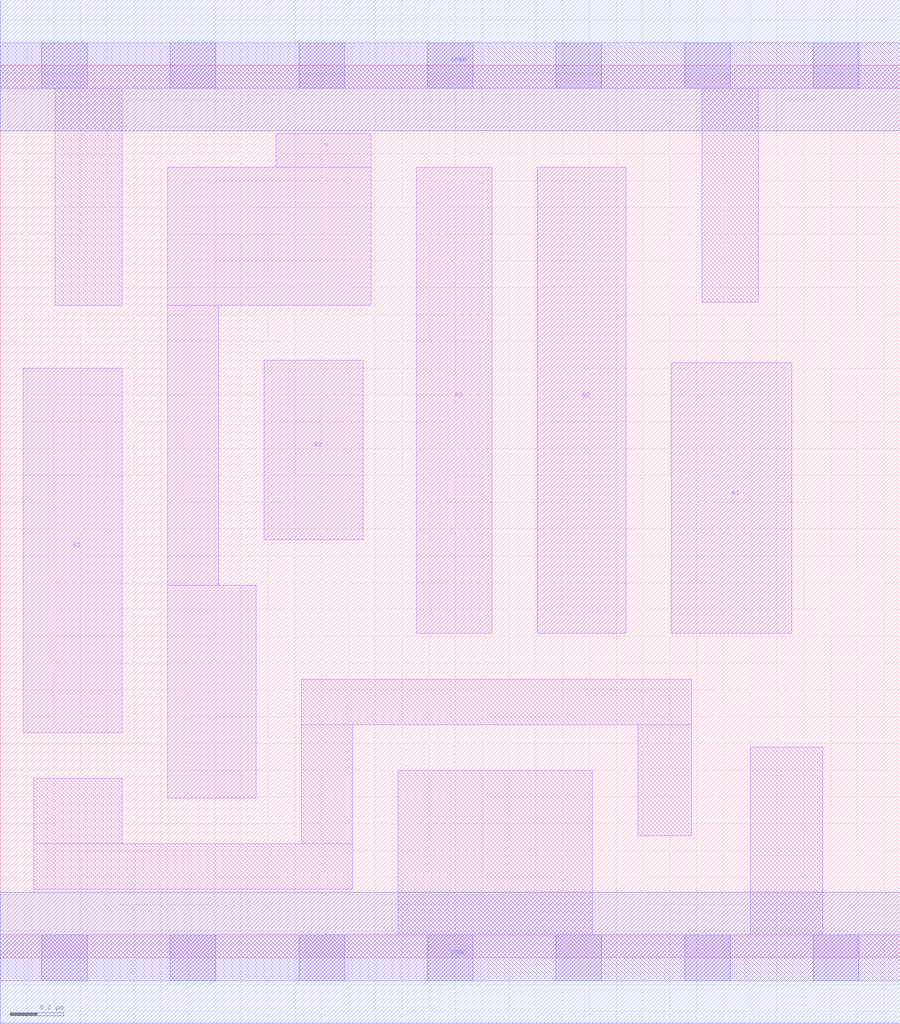
<source format=lef>
# Copyright 2020 The SkyWater PDK Authors
#
# Licensed under the Apache License, Version 2.0 (the "License");
# you may not use this file except in compliance with the License.
# You may obtain a copy of the License at
#
#     https://www.apache.org/licenses/LICENSE-2.0
#
# Unless required by applicable law or agreed to in writing, software
# distributed under the License is distributed on an "AS IS" BASIS,
# WITHOUT WARRANTIES OR CONDITIONS OF ANY KIND, either express or implied.
# See the License for the specific language governing permissions and
# limitations under the License.
#
# SPDX-License-Identifier: Apache-2.0

VERSION 5.7 ;
  NOWIREEXTENSIONATPIN ON ;
  DIVIDERCHAR "/" ;
  BUSBITCHARS "[]" ;
UNITS
  DATABASE MICRONS 200 ;
END UNITS
MACRO sky130_fd_sc_lp__o32ai_0
  CLASS CORE ;
  FOREIGN sky130_fd_sc_lp__o32ai_0 ;
  ORIGIN  0.000000  0.000000 ;
  SIZE  3.360000 BY  3.330000 ;
  SYMMETRY X Y R90 ;
  SITE unit ;
  PIN A1
    ANTENNAGATEAREA  0.159000 ;
    DIRECTION INPUT ;
    USE SIGNAL ;
    PORT
      LAYER li1 ;
        RECT 2.505000 1.210000 2.955000 2.220000 ;
    END
  END A1
  PIN A2
    ANTENNAGATEAREA  0.159000 ;
    DIRECTION INPUT ;
    USE SIGNAL ;
    PORT
      LAYER li1 ;
        RECT 2.005000 1.210000 2.335000 2.950000 ;
    END
  END A2
  PIN A3
    ANTENNAGATEAREA  0.159000 ;
    DIRECTION INPUT ;
    USE SIGNAL ;
    PORT
      LAYER li1 ;
        RECT 1.555000 1.210000 1.835000 2.950000 ;
    END
  END A3
  PIN B1
    ANTENNAGATEAREA  0.159000 ;
    DIRECTION INPUT ;
    USE SIGNAL ;
    PORT
      LAYER li1 ;
        RECT 0.085000 0.840000 0.455000 2.200000 ;
    END
  END B1
  PIN B2
    ANTENNAGATEAREA  0.159000 ;
    DIRECTION INPUT ;
    USE SIGNAL ;
    PORT
      LAYER li1 ;
        RECT 0.985000 1.560000 1.355000 2.230000 ;
    END
  END B2
  PIN Y
    ANTENNADIFFAREA  0.415800 ;
    DIRECTION OUTPUT ;
    USE SIGNAL ;
    PORT
      LAYER li1 ;
        RECT 0.625000 0.595000 0.955000 1.390000 ;
        RECT 0.625000 1.390000 0.815000 2.435000 ;
        RECT 0.625000 2.435000 1.385000 2.950000 ;
        RECT 1.030000 2.950000 1.385000 3.075000 ;
    END
  END Y
  PIN VGND
    DIRECTION INOUT ;
    USE GROUND ;
    PORT
      LAYER met1 ;
        RECT 0.000000 -0.245000 3.360000 0.245000 ;
    END
  END VGND
  PIN VPWR
    DIRECTION INOUT ;
    USE POWER ;
    PORT
      LAYER met1 ;
        RECT 0.000000 3.085000 3.360000 3.575000 ;
    END
  END VPWR
  OBS
    LAYER li1 ;
      RECT 0.000000 -0.085000 3.360000 0.085000 ;
      RECT 0.000000  3.245000 3.360000 3.415000 ;
      RECT 0.125000  0.255000 1.315000 0.425000 ;
      RECT 0.125000  0.425000 0.455000 0.670000 ;
      RECT 0.205000  2.435000 0.455000 3.245000 ;
      RECT 1.125000  0.425000 1.315000 0.870000 ;
      RECT 1.125000  0.870000 2.580000 1.040000 ;
      RECT 1.485000  0.085000 2.210000 0.700000 ;
      RECT 2.380000  0.455000 2.580000 0.870000 ;
      RECT 2.620000  2.445000 2.830000 3.245000 ;
      RECT 2.800000  0.085000 3.070000 0.785000 ;
    LAYER mcon ;
      RECT 0.155000 -0.085000 0.325000 0.085000 ;
      RECT 0.155000  3.245000 0.325000 3.415000 ;
      RECT 0.635000 -0.085000 0.805000 0.085000 ;
      RECT 0.635000  3.245000 0.805000 3.415000 ;
      RECT 1.115000 -0.085000 1.285000 0.085000 ;
      RECT 1.115000  3.245000 1.285000 3.415000 ;
      RECT 1.595000 -0.085000 1.765000 0.085000 ;
      RECT 1.595000  3.245000 1.765000 3.415000 ;
      RECT 2.075000 -0.085000 2.245000 0.085000 ;
      RECT 2.075000  3.245000 2.245000 3.415000 ;
      RECT 2.555000 -0.085000 2.725000 0.085000 ;
      RECT 2.555000  3.245000 2.725000 3.415000 ;
      RECT 3.035000 -0.085000 3.205000 0.085000 ;
      RECT 3.035000  3.245000 3.205000 3.415000 ;
  END
END sky130_fd_sc_lp__o32ai_0
END LIBRARY

</source>
